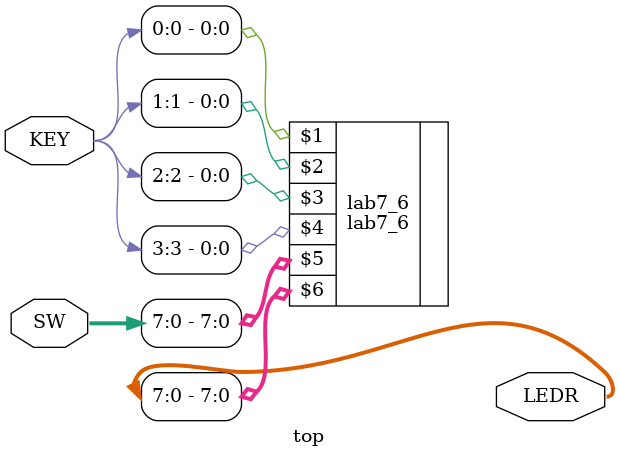
<source format=v>
module top (SW, KEY, LEDR);

    input wire [9:0] SW;        // DE-series switches
    input wire [3:0] KEY;       // DE-series pushbuttons

    output wire [9:0] LEDR;     // DE-series LEDs   

    lab7_6 lab7_6 (KEY[0], KEY[1], KEY[2], KEY[3], SW[7:0], LEDR[7:0]);
 
endmodule


</source>
